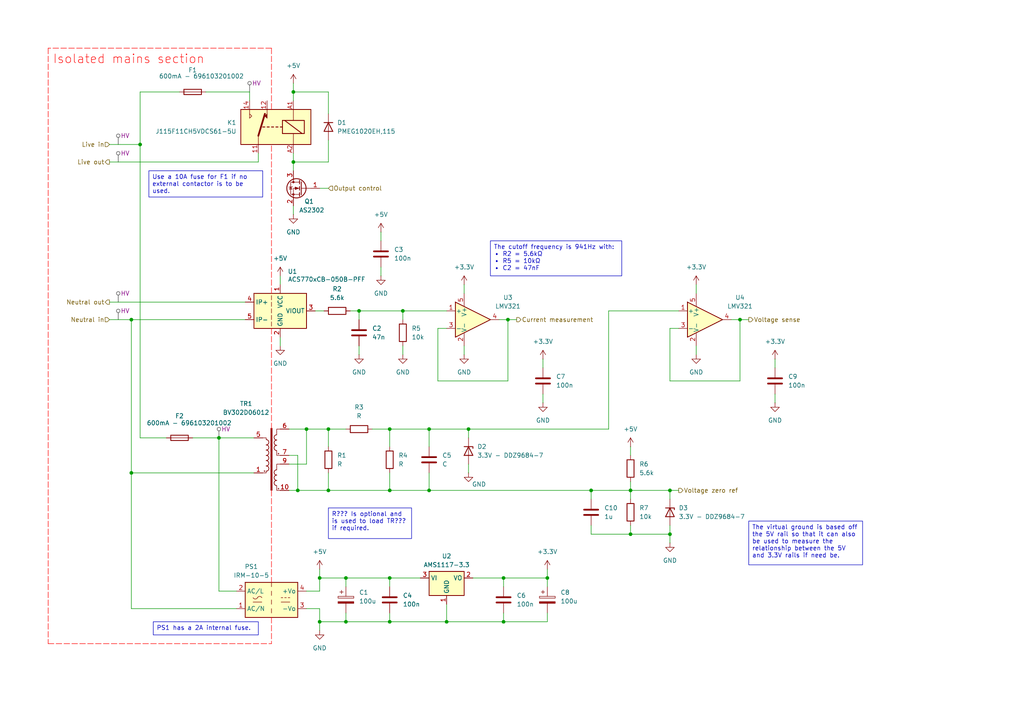
<source format=kicad_sch>
(kicad_sch (version 20250114) (generator "eeschema") (generator_version "9.0")
  (paper "A4")
  (title_block (title "Pump monitor - mains and power supply") (date "2025-09-25") (rev "V0.0.0") (company "Jotham Gates") (comment 4 "Warning: Parts of this circuit operate at mains potential."))
  (lib_symbols
    (symbol "Amplifier_Operational:LMV321" (pin_names (offset 0.127))
      (property "Reference" "U" (at 0 5.08 0))
      (property "Value" "LMV321" (at 0 -5.08 0))
      (symbol "LMV321_0_1"
        (polyline (pts (xy -5.08 5.08) (xy 5.08 0) (xy -5.08 -5.08) (xy -5.08 5.08)) (stroke (width 0.254)) (fill (type background)))
        (pin power_in line (at -2.54 7.62 270) (length 3.81) (name "V+") (number "5"))
        (pin power_in line (at -2.54 -7.62 90) (length 3.81) (name "V-") (number "2"))
      )
      (symbol "LMV321_1_1"
        (pin input line (at -7.62 2.54 0) (length 2.54) (name "+") (number "1"))
        (pin input line (at -7.62 -2.54 0) (length 2.54) (name "-") (number "3"))
        (pin output line (at 7.62 0 180) (length 2.54) (name "~") (number "4"))
      )
    )
    (symbol "Converter_ACDC:IRM-10-5"
      (property "Reference" "PS" (at 0 6.35 0))
      (property "Value" "IRM-10-5" (at 0 -6.35 0))
      (symbol "IRM-10-5_0_1"
        (rectangle (start -7.62 5.08) (end 7.62 -5.08) (stroke (width 0.254)) (fill (type background)))
        (polyline (pts (xy -5.334 -0.635) (xy -2.794 -0.635)))
        (arc (start -4.064 0.635) (mid -4.699 0.2495) (end -5.334 0.635))
        (arc (start -4.064 0.635) (mid -3.429 1.0072) (end -2.794 0.635))
        (polyline (pts (xy 0 5.08) (xy 0 3.81)))
        (polyline (pts (xy 0 2.54) (xy 0 1.27)))
        (polyline (pts (xy 0 0) (xy 0 -1.27)))
        (polyline (pts (xy 0 -2.54) (xy 0 -3.81)))
        (polyline (pts (xy 2.794 0.635) (xy 3.302 0.635)))
        (polyline (pts (xy 2.794 -0.635) (xy 5.334 -0.635)))
        (polyline (pts (xy 3.81 0.635) (xy 4.318 0.635)))
        (polyline (pts (xy 4.826 0.635) (xy 5.334 0.635)))
      )
      (symbol "IRM-10-5_1_1"
        (pin power_in line (at -10.16 2.54 0) (length 2.54) (name "AC/L") (number "2"))
        (pin power_in line (at -10.16 -2.54 0) (length 2.54) (name "AC/N") (number "1"))
        (pin power_out line (at 10.16 2.54 180) (length 2.54) (name "+Vo") (number "4"))
        (pin power_out line (at 10.16 -2.54 180) (length 2.54) (name "-Vo") (number "3"))
      )
    )
    (symbol "Device:C" (pin_numbers (hide yes)) (pin_names (offset 0.254))
      (property "Reference" "C" (at 0.635 2.54 0))
      (property "Value" "C" (at 0.635 -2.54 0))
      (symbol "C_0_1"
        (polyline (pts (xy -2.032 0.762) (xy 2.032 0.762)) (stroke (width 0.508)))
        (polyline (pts (xy -2.032 -0.762) (xy 2.032 -0.762)) (stroke (width 0.508)))
      )
      (symbol "C_1_1"
        (pin passive line (at 0 3.81 270) (length 2.794) (name "~") (number "1"))
        (pin passive line (at 0 -3.81 90) (length 2.794) (name "~") (number "2"))
      )
    )
    (symbol "Device:C_Polarized" (pin_numbers (hide yes)) (pin_names (offset 0.254))
      (property "Reference" "C" (at 0.635 2.54 0))
      (property "Value" "C_Polarized" (at 0.635 -2.54 0))
      (symbol "C_Polarized_0_1"
        (rectangle (start -2.286 0.508) (end 2.286 1.016))
        (polyline (pts (xy -1.778 2.286) (xy -0.762 2.286)))
        (polyline (pts (xy -1.27 2.794) (xy -1.27 1.778)))
        (rectangle (start 2.286 -0.508) (end -2.286 -1.016) (fill (type outline)))
      )
      (symbol "C_Polarized_1_1"
        (pin passive line (at 0 3.81 270) (length 2.794) (name "~") (number "1"))
        (pin passive line (at 0 -3.81 90) (length 2.794) (name "~") (number "2"))
      )
    )
    (symbol "Device:D_Zener" (pin_numbers (hide yes)) (pin_names (offset 1.016) (hide yes))
      (property "Reference" "D" (at 0 2.54 0))
      (property "Value" "D_Zener" (at 0 -2.54 0))
      (symbol "D_Zener_0_1"
        (polyline (pts (xy -1.27 -1.27) (xy -1.27 1.27) (xy -0.762 1.27)) (stroke (width 0.254)))
        (polyline (pts (xy 1.27 0) (xy -1.27 0)))
        (polyline (pts (xy 1.27 -1.27) (xy 1.27 1.27) (xy -1.27 0) (xy 1.27 -1.27)) (stroke (width 0.254)))
      )
      (symbol "D_Zener_1_1"
        (pin passive line (at -3.81 0 0) (length 2.54) (name "K") (number "1"))
        (pin passive line (at 3.81 0 180) (length 2.54) (name "A") (number "2"))
      )
    )
    (symbol "Device:Fuse" (pin_numbers (hide yes)) (pin_names (offset 0))
      (property "Reference" "F" (at 2.032 0 90))
      (property "Value" "Fuse" (at -1.905 0 90))
      (symbol "Fuse_0_1"
        (rectangle (start -0.762 -2.54) (end 0.762 2.54) (stroke (width 0.254)))
        (polyline (pts (xy 0 2.54) (xy 0 -2.54)))
      )
      (symbol "Fuse_1_1"
        (pin passive line (at 0 3.81 270) (length 1.27) (name "~") (number "1"))
        (pin passive line (at 0 -3.81 90) (length 1.27) (name "~") (number "2"))
      )
    )
    (symbol "Device:Q_NMOS_GSD" (pin_names (offset 0) (hide yes))
      (property "Reference" "Q" (at 5.08 1.27 0))
      (property "Value" "Q_NMOS_GSD" (at 5.08 -1.27 0))
      (symbol "Q_NMOS_GSD_0_1"
        (polyline (pts (xy 0.254 1.905) (xy 0.254 -1.905)) (stroke (width 0.254)))
        (polyline (pts (xy 0.254 0) (xy -2.54 0)))
        (polyline (pts (xy 0.762 2.286) (xy 0.762 1.27)) (stroke (width 0.254)))
        (polyline (pts (xy 0.762 0.508) (xy 0.762 -0.508)) (stroke (width 0.254)))
        (polyline (pts (xy 0.762 -1.27) (xy 0.762 -2.286)) (stroke (width 0.254)))
        (polyline (pts (xy 0.762 -1.778) (xy 3.302 -1.778) (xy 3.302 1.778) (xy 0.762 1.778)))
        (polyline (pts (xy 1.016 0) (xy 2.032 0.381) (xy 2.032 -0.381) (xy 1.016 0)) (fill (type outline)))
        (circle (center 1.651 0) (radius 2.794) (stroke (width 0.254)))
        (polyline (pts (xy 2.54 2.54) (xy 2.54 1.778)))
        (circle (center 2.54 1.778) (radius 0.254) (fill (type outline)))
        (circle (center 2.54 -1.778) (radius 0.254) (fill (type outline)))
        (polyline (pts (xy 2.54 -2.54) (xy 2.54 0) (xy 0.762 0)))
        (polyline (pts (xy 2.794 0.508) (xy 2.921 0.381) (xy 3.683 0.381) (xy 3.81 0.254)))
        (polyline (pts (xy 3.302 0.381) (xy 2.921 -0.254) (xy 3.683 -0.254) (xy 3.302 0.381)))
      )
      (symbol "Q_NMOS_GSD_1_1"
        (pin input line (at -5.08 0 0) (length 2.54) (name "G") (number "1"))
        (pin passive line (at 2.54 5.08 270) (length 2.54) (name "D") (number "3"))
        (pin passive line (at 2.54 -5.08 90) (length 2.54) (name "S") (number "2"))
      )
    )
    (symbol "Device:R" (pin_numbers (hide yes)) (pin_names (offset 0))
      (property "Reference" "R" (at 2.032 0 90))
      (property "Value" "R" (at 0 0 90))
      (symbol "R_0_1"
        (rectangle (start -1.016 -2.54) (end 1.016 2.54) (stroke (width 0.254)))
      )
      (symbol "R_1_1"
        (pin passive line (at 0 3.81 270) (length 1.27) (name "~") (number "1"))
        (pin passive line (at 0 -3.81 90) (length 1.27) (name "~") (number "2"))
      )
    )
    (symbol "Diode:1N4004" (pin_numbers (hide yes)) (pin_names (hide yes))
      (property "Reference" "D" (at 0 2.54 0))
      (property "Value" "1N4004" (at 0 -2.54 0))
      (symbol "1N4004_0_1"
        (polyline (pts (xy -1.27 1.27) (xy -1.27 -1.27)) (stroke (width 0.254)))
        (polyline (pts (xy 1.27 1.27) (xy 1.27 -1.27) (xy -1.27 0) (xy 1.27 1.27)) (stroke (width 0.254)))
        (polyline (pts (xy 1.27 0) (xy -1.27 0)))
      )
      (symbol "1N4004_1_1"
        (pin passive line (at -3.81 0 0) (length 2.54) (name "K") (number "1"))
        (pin passive line (at 3.81 0 180) (length 2.54) (name "A") (number "2"))
      )
    )
    (symbol "PumpMonitorCustom:BV302D06012"
      (property "Reference" "TR" (at 0 8.89 0))
      (property "Value" "BV302D06012" (at 0 -11.43 0))
      (symbol "BV302D06012_0_1"
        (circle (center -2.032 -4.572) (radius 0.127))
        (arc (start -1.524 4.572) (mid -0.7653 3.81) (end -1.524 3.048) (stroke (width 0.2032)))
        (arc (start -1.524 3.048) (mid -0.7653 2.286) (end -1.524 1.524) (stroke (width 0.2032)))
        (arc (start -1.524 1.524) (mid -0.7653 0.762) (end -1.524 0) (stroke (width 0.2032)))
        (arc (start -1.524 0) (mid -0.7653 -0.762) (end -1.524 -1.524) (stroke (width 0.2032)))
        (arc (start -1.524 -1.524) (mid -0.7653 -2.286) (end -1.524 -3.048) (stroke (width 0.2032)))
        (arc (start -1.524 -3.048) (mid -0.7653 -3.81) (end -1.524 -4.572) (stroke (width 0.2032)))
        (polyline (pts (xy -1.524 4.572) (xy -1.524 5.08) (xy -2.54 5.08)))
        (polyline (pts (xy -1.524 -4.572) (xy -1.524 -5.08) (xy -2.54 -5.08)))
        (rectangle (start -0.254 7.874) (end 0.254 -10.16) (stroke (width 0.0254)) (fill (type outline)))
        (polyline (pts (xy 1.524 -8.89) (xy 1.524 -10.16) (xy 2.54 -10.16)))
        (arc (start 1.524 4.445) (mid 0.7653 5.207) (end 1.524 5.969) (stroke (width 0.2032)))
        (arc (start 1.524 2.921) (mid 0.7653 3.683) (end 1.524 4.445) (stroke (width 0.2032)))
        (arc (start 1.524 1.397) (mid 0.7653 2.159) (end 1.524 2.921) (stroke (width 0.2032)))
        (arc (start 1.524 -5.715) (mid 0.7653 -4.953) (end 1.524 -4.191) (stroke (width 0.2032)))
        (arc (start 1.524 -7.239) (mid 0.7653 -6.477) (end 1.524 -5.715) (stroke (width 0.2032)))
        (arc (start 1.524 -8.763) (mid 0.7653 -8.001) (end 1.524 -7.239) (stroke (width 0.2032)))
        (circle (center 2.032 0.508) (radius 0.127))
        (circle (center 2.032 -9.652) (radius 0.127))
        (polyline (pts (xy 2.54 7.62) (xy 1.524 7.62) (xy 1.524 6.096)))
        (polyline (pts (xy 2.54 0) (xy 1.524 0) (xy 1.524 1.27)))
        (polyline (pts (xy 2.54 -2.54) (xy 1.524 -2.54) (xy 1.524 -4.064)))
      )
      (symbol "BV302D06012_1_1"
        (pin passive line (at -5.08 5.08 0) (length 2.54) (name "~") (number "5"))
        (pin passive line (at -5.08 -5.08 0) (length 2.54) (name "~") (number "1"))
        (pin passive line (at 5.08 7.62 180) (length 2.54) (name "~") (number "6"))
        (pin passive line (at 5.08 0 180) (length 2.54) (name "~") (number "7"))
        (pin passive line (at 5.08 -2.54 180) (length 2.54) (name "~") (number "9"))
        (pin passive line (at 5.08 -10.16 180) (length 2.54) (name "~") (number "10"))
      )
    )
    (symbol "Regulator_Linear:AMS1117-3.3"
      (property "Reference" "U" (at -3.81 3.175 0))
      (property "Value" "AMS1117-3.3" (at 0 3.175 0))
      (symbol "AMS1117-3.3_0_1"
        (rectangle (start -5.08 -5.08) (end 5.08 1.905) (stroke (width 0.254)) (fill (type background)))
      )
      (symbol "AMS1117-3.3_1_1"
        (pin power_in line (at -7.62 0 0) (length 2.54) (name "VI") (number "3"))
        (pin power_in line (at 0 -7.62 90) (length 2.54) (name "GND") (number "1"))
        (pin power_out line (at 7.62 0 180) (length 2.54) (name "VO") (number "2"))
      )
    )
    (symbol "Relay:Relay_SPDT"
      (property "Reference" "K" (at 11.43 3.81 0))
      (property "Value" "Relay_SPDT" (at 11.43 1.27 0))
      (symbol "Relay_SPDT_0_0"
        (polyline (pts (xy 7.62 5.08) (xy 7.62 2.54) (xy 6.985 3.175) (xy 7.62 3.81)))
      )
      (symbol "Relay_SPDT_0_1"
        (rectangle (start -10.16 5.08) (end 10.16 -5.08) (stroke (width 0.254)) (fill (type background)))
        (rectangle (start -8.255 1.905) (end -1.905 -1.905) (stroke (width 0.254)))
        (polyline (pts (xy -7.62 -1.905) (xy -2.54 1.905)) (stroke (width 0.254)))
        (polyline (pts (xy -5.08 5.08) (xy -5.08 1.905)))
        (polyline (pts (xy -5.08 -5.08) (xy -5.08 -1.905)))
        (polyline (pts (xy -1.905 0) (xy -1.27 0)) (stroke (width 0.254)))
        (polyline (pts (xy -0.635 0) (xy 0 0)) (stroke (width 0.254)))
        (polyline (pts (xy 0.635 0) (xy 1.27 0)) (stroke (width 0.254)))
        (polyline (pts (xy 1.905 0) (xy 2.54 0)) (stroke (width 0.254)))
        (polyline (pts (xy 2.54 5.08) (xy 2.54 2.54) (xy 3.175 3.175) (xy 2.54 3.81)) (fill (type outline)))
        (polyline (pts (xy 3.175 0) (xy 3.81 0)) (stroke (width 0.254)))
        (polyline (pts (xy 5.08 -2.54) (xy 3.175 3.81)) (stroke (width 0.508)))
        (polyline (pts (xy 5.08 -2.54) (xy 5.08 -5.08)))
      )
      (symbol "Relay_SPDT_1_1"
        (pin passive line (at -5.08 7.62 270) (length 2.54) (name "~") (number "A1"))
        (pin passive line (at -5.08 -7.62 90) (length 2.54) (name "~") (number "A2"))
        (pin passive line (at 2.54 7.62 270) (length 2.54) (name "~") (number "12"))
        (pin passive line (at 5.08 -7.62 90) (length 2.54) (name "~") (number "11"))
        (pin passive line (at 7.62 7.62 270) (length 2.54) (name "~") (number "14"))
      )
    )
    (symbol "Sensor_Current:ACS770xCB-050B-PFF"
      (property "Reference" "U" (at -7.62 6.35 0))
      (property "Value" "ACS770xCB-050B-PFF" (at 2.54 6.35 0))
      (symbol "ACS770xCB-050B-PFF_0_1"
        (rectangle (start -7.62 5.08) (end 7.62 -5.08) (stroke (width 0.254)) (fill (type background)))
        (polyline (pts (xy -2.54 3.175) (xy -2.54 4.445)))
        (polyline (pts (xy -2.54 1.27) (xy -2.54 2.54)))
        (polyline (pts (xy -2.54 0.635) (xy -2.54 -0.635)))
        (polyline (pts (xy -2.54 -1.27) (xy -2.54 -2.54)))
        (polyline (pts (xy -2.54 -3.175) (xy -2.54 -4.445)))
      )
      (symbol "ACS770xCB-050B-PFF_1_1"
        (pin passive line (at -10.16 2.54 0) (length 2.54) (name "IP+") (number "4"))
        (pin passive line (at -10.16 -2.54 0) (length 2.54) (name "IP-") (number "5"))
        (pin power_in line (at 0 7.62 270) (length 2.54) (name "VCC") (number "1"))
        (pin power_in line (at 0 -7.62 90) (length 2.54) (name "GND") (number "2"))
        (pin output line (at 10.16 0 180) (length 2.54) (name "VIOUT") (number "3"))
      )
    )
    (symbol "power:+3.3V" (power) (pin_numbers (hide yes)) (pin_names (offset 0) (hide yes))
      (property "Value" "+3.3V" (at 0 3.556 0))
      (symbol "+3.3V_0_1"
        (polyline (pts (xy -0.762 1.27) (xy 0 2.54)))
        (polyline (pts (xy 0 2.54) (xy 0.762 1.27)))
        (polyline (pts (xy 0 0) (xy 0 2.54)))
      )
      (symbol "+3.3V_1_1"
        (pin power_in line (at 0 0 90) (length 0) (name "~") (number "1"))
      )
    )
    (symbol "power:+5V" (power) (pin_numbers (hide yes)) (pin_names (offset 0) (hide yes))
      (property "Value" "+5V" (at 0 3.556 0))
      (symbol "+5V_0_1"
        (polyline (pts (xy -0.762 1.27) (xy 0 2.54)))
        (polyline (pts (xy 0 2.54) (xy 0.762 1.27)))
        (polyline (pts (xy 0 0) (xy 0 2.54)))
      )
      (symbol "+5V_1_1"
        (pin power_in line (at 0 0 90) (length 0) (name "~") (number "1"))
      )
    )
    (symbol "power:GND" (power) (pin_numbers (hide yes)) (pin_names (offset 0) (hide yes))
      (property "Value" "GND" (at 0 -3.81 0))
      (symbol "GND_0_1"
        (polyline (pts (xy 0 0) (xy 0 -1.27) (xy 1.27 -1.27) (xy 0 -2.54) (xy -1.27 -1.27) (xy 0 -1.27)))
      )
      (symbol "GND_1_1"
        (pin power_in line (at 0 0 270) (length 0) (name "~") (number "1"))
      )
    )
  )
  (text "Isolated mains section" (at 37.338 17.272 0) (effects (font (size 2.54 2.54))))
  (text_box "The virtual ground is based off the 5V rail so that it can also be used to measure the relationship between the 5V and 3.3V rails if need be." (at 217.17 151.13 0) (size 33.02 12.7) (margins 0.9525 0.9525 0.9525 0.9525) (effects (font (size 1.27 1.27)) (justify left top)))
  (text_box "R??? Is optional and is used to load TR??? if required." (at 95.25 147.32 0) (size 24.13 8.89) (margins 0.9525 0.9525 0.9525 0.9525) (effects (font (size 1.27 1.27)) (justify left top)))
  (text_box "The cutoff frequency is 941Hz with:\n• R2 = 5.6kΩ\n• R5 = 10kΩ\n• C2 = 47nF" (at 142.24 69.85 0) (size 38.1 10.16) (margins 0.9525 0.9525 0.9525 0.9525) (effects (font (size 1.27 1.27)) (justify left top)))
  (text_box "PS1 has a 2A internal fuse." (at 44.45 180.34 0) (size 30.48 3.81) (margins 0.9525 0.9525 0.9525 0.9525) (effects (font (size 1.27 1.27)) (justify left top)))
  (text_box "Use a 10A fuse for F1 if no external contactor is to be used." (at 43.18 49.53 0) (size 33.02 7.62) (margins 0.9525 0.9525 0.9525 0.9525) (effects (font (size 1.27 1.27)) (justify left top)))
  (junction (at 85.09 46.99))
  (junction (at 146.05 180.34))
  (junction (at 104.14 90.17))
  (junction (at 129.54 180.34))
  (junction (at 158.75 167.64))
  (junction (at 63.5 127))
  (junction (at 113.03 142.24))
  (junction (at 100.33 167.64))
  (junction (at 85.09 26.67))
  (junction (at 95.25 142.24))
  (junction (at 182.88 142.24))
  (junction (at 40.64 41.91))
  (junction (at 194.31 154.94))
  (junction (at 146.05 167.64))
  (junction (at 135.89 124.46))
  (junction (at 86.36 142.24))
  (junction (at 95.25 124.46))
  (junction (at 124.46 124.46))
  (junction (at 116.84 90.17))
  (junction (at 38.1 137.16))
  (junction (at 92.71 180.34))
  (junction (at 88.9 124.46))
  (junction (at 38.1 92.71))
  (junction (at 182.88 154.94))
  (junction (at 194.31 142.24))
  (junction (at 113.03 180.34))
  (junction (at 113.03 124.46))
  (junction (at 124.46 142.24))
  (junction (at 147.32 92.71))
  (junction (at 92.71 167.64))
  (junction (at 171.45 142.24))
  (junction (at 113.03 167.64))
  (junction (at 100.33 180.34))
  (junction (at 214.63 92.71))
  (wire (pts (xy 38.1 137.16) (xy 38.1 176.53)))
  (wire (pts (xy 74.93 44.45) (xy 74.93 46.99)))
  (wire (pts (xy 31.75 87.63) (xy 71.12 87.63)))
  (wire (pts (xy 92.71 180.34) (xy 92.71 182.88)))
  (wire (pts (xy 113.03 137.16) (xy 113.03 142.24)))
  (wire (pts (xy 63.5 171.45) (xy 68.58 171.45)))
  (wire (pts (xy 124.46 124.46) (xy 113.03 124.46)))
  (wire (pts (xy 81.28 80.01) (xy 81.28 82.55)))
  (wire (pts (xy 158.75 170.18) (xy 158.75 167.64)))
  (polyline (pts (xy 78.74 179.07) (xy 78.74 186.69)) (stroke (width 0) (type dash) (color 255 0 0 1)))
  (wire (pts (xy 85.09 24.13) (xy 85.09 26.67)))
  (wire (pts (xy 194.31 154.94) (xy 182.88 154.94)))
  (wire (pts (xy 158.75 165.1) (xy 158.75 167.64)))
  (wire (pts (xy 85.09 59.69) (xy 85.09 62.23)))
  (wire (pts (xy 95.25 26.67) (xy 85.09 26.67)))
  (wire (pts (xy 88.9 124.46) (xy 95.25 124.46)))
  (wire (pts (xy 171.45 144.78) (xy 171.45 142.24)))
  (wire (pts (xy 182.88 142.24) (xy 182.88 144.78)))
  (wire (pts (xy 134.62 82.55) (xy 134.62 85.09)))
  (wire (pts (xy 40.64 127) (xy 48.26 127)))
  (wire (pts (xy 129.54 180.34) (xy 113.03 180.34)))
  (wire (pts (xy 158.75 180.34) (xy 146.05 180.34)))
  (wire (pts (xy 104.14 90.17) (xy 104.14 92.71)))
  (wire (pts (xy 100.33 177.8) (xy 100.33 180.34)))
  (wire (pts (xy 63.5 127) (xy 73.66 127)))
  (wire (pts (xy 40.64 26.67) (xy 40.64 41.91)))
  (wire (pts (xy 182.88 142.24) (xy 194.31 142.24)))
  (wire (pts (xy 81.28 97.79) (xy 81.28 100.33)))
  (wire (pts (xy 113.03 170.18) (xy 113.03 167.64)))
  (wire (pts (xy 95.25 40.64) (xy 95.25 46.99)))
  (wire (pts (xy 194.31 95.25) (xy 196.85 95.25)))
  (wire (pts (xy 182.88 129.54) (xy 182.88 132.08)))
  (wire (pts (xy 92.71 54.61) (xy 95.25 54.61)))
  (wire (pts (xy 171.45 154.94) (xy 182.88 154.94)))
  (wire (pts (xy 92.71 171.45) (xy 88.9 171.45)))
  (wire (pts (xy 182.88 152.4) (xy 182.88 154.94)))
  (wire (pts (xy 113.03 167.64) (xy 100.33 167.64)))
  (wire (pts (xy 88.9 124.46) (xy 83.82 124.46)))
  (wire (pts (xy 146.05 180.34) (xy 129.54 180.34)))
  (wire (pts (xy 91.44 90.17) (xy 93.98 90.17)))
  (wire (pts (xy 86.36 142.24) (xy 95.25 142.24)))
  (wire (pts (xy 104.14 90.17) (xy 116.84 90.17)))
  (wire (pts (xy 113.03 124.46) (xy 113.03 129.54)))
  (wire (pts (xy 113.03 142.24) (xy 124.46 142.24)))
  (wire (pts (xy 85.09 26.67) (xy 85.09 29.21)))
  (wire (pts (xy 110.49 77.47) (xy 110.49 80.01)))
  (polyline (pts (xy 78.74 95.25) (xy 78.74 124.46)) (stroke (width 0) (type dash) (color 255 0 0 1)))
  (wire (pts (xy 101.6 90.17) (xy 104.14 90.17)))
  (wire (pts (xy 31.75 92.71) (xy 38.1 92.71)))
  (wire (pts (xy 113.03 167.64) (xy 121.92 167.64)))
  (wire (pts (xy 124.46 124.46) (xy 135.89 124.46)))
  (wire (pts (xy 157.48 114.3) (xy 157.48 116.84)))
  (wire (pts (xy 38.1 137.16) (xy 73.66 137.16)))
  (polyline (pts (xy 78.74 142.24) (xy 78.74 168.91)) (stroke (width 0) (type dash) (color 255 0 0 1)))
  (wire (pts (xy 85.09 46.99) (xy 85.09 49.53)))
  (wire (pts (xy 194.31 142.24) (xy 194.31 144.78)))
  (wire (pts (xy 92.71 165.1) (xy 92.71 167.64)))
  (wire (pts (xy 95.25 124.46) (xy 95.25 129.54)))
  (wire (pts (xy 147.32 92.71) (xy 149.86 92.71)))
  (wire (pts (xy 95.25 46.99) (xy 85.09 46.99)))
  (wire (pts (xy 212.09 92.71) (xy 214.63 92.71)))
  (wire (pts (xy 116.84 100.33) (xy 116.84 102.87)))
  (wire (pts (xy 63.5 127) (xy 63.5 171.45)))
  (wire (pts (xy 201.93 82.55) (xy 201.93 85.09)))
  (wire (pts (xy 95.25 33.02) (xy 95.25 26.67)))
  (wire (pts (xy 92.71 180.34) (xy 100.33 180.34)))
  (wire (pts (xy 52.07 26.67) (xy 40.64 26.67)))
  (wire (pts (xy 194.31 154.94) (xy 194.31 157.48)))
  (wire (pts (xy 135.89 124.46) (xy 176.53 124.46)))
  (polyline (pts (xy 13.97 13.97) (xy 13.97 186.69)) (stroke (width 0) (type dash) (color 255 0 0 1)))
  (wire (pts (xy 95.25 137.16) (xy 95.25 142.24)))
  (wire (pts (xy 214.63 110.49) (xy 194.31 110.49)))
  (wire (pts (xy 116.84 90.17) (xy 116.84 92.71)))
  (wire (pts (xy 92.71 167.64) (xy 92.71 171.45)))
  (wire (pts (xy 85.09 46.99) (xy 85.09 44.45)))
  (wire (pts (xy 72.39 26.67) (xy 72.39 29.21)))
  (wire (pts (xy 38.1 92.71) (xy 71.12 92.71)))
  (wire (pts (xy 68.58 176.53) (xy 38.1 176.53)))
  (wire (pts (xy 146.05 170.18) (xy 146.05 167.64)))
  (wire (pts (xy 158.75 167.64) (xy 146.05 167.64)))
  (wire (pts (xy 113.03 180.34) (xy 100.33 180.34)))
  (wire (pts (xy 86.36 132.08) (xy 86.36 142.24)))
  (wire (pts (xy 146.05 167.64) (xy 137.16 167.64)))
  (wire (pts (xy 135.89 134.62) (xy 135.89 137.16)))
  (wire (pts (xy 55.88 127) (xy 63.5 127)))
  (wire (pts (xy 124.46 129.54) (xy 124.46 124.46)))
  (wire (pts (xy 124.46 142.24) (xy 171.45 142.24)))
  (wire (pts (xy 129.54 175.26) (xy 129.54 180.34)))
  (wire (pts (xy 147.32 92.71) (xy 147.32 110.49)))
  (wire (pts (xy 194.31 152.4) (xy 194.31 154.94)))
  (wire (pts (xy 214.63 92.71) (xy 217.17 92.71)))
  (wire (pts (xy 83.82 134.62) (xy 88.9 134.62)))
  (wire (pts (xy 201.93 100.33) (xy 201.93 102.87)))
  (wire (pts (xy 224.79 114.3) (xy 224.79 116.84)))
  (wire (pts (xy 224.79 104.14) (xy 224.79 106.68)))
  (wire (pts (xy 127 95.25) (xy 129.54 95.25)))
  (wire (pts (xy 194.31 142.24) (xy 196.85 142.24)))
  (wire (pts (xy 135.89 124.46) (xy 135.89 127)))
  (wire (pts (xy 31.75 41.91) (xy 40.64 41.91)))
  (wire (pts (xy 127 110.49) (xy 127 95.25)))
  (wire (pts (xy 171.45 152.4) (xy 171.45 154.94)))
  (wire (pts (xy 196.85 90.17) (xy 176.53 90.17)))
  (wire (pts (xy 194.31 110.49) (xy 194.31 95.25)))
  (wire (pts (xy 147.32 110.49) (xy 127 110.49)))
  (wire (pts (xy 40.64 41.91) (xy 40.64 127)))
  (wire (pts (xy 116.84 90.17) (xy 129.54 90.17)))
  (polyline (pts (xy 78.74 13.97) (xy 13.97 13.97)) (stroke (width 0) (type dash) (color 255 0 0 1)))
  (wire (pts (xy 157.48 104.14) (xy 157.48 106.68)))
  (wire (pts (xy 100.33 170.18) (xy 100.33 167.64)))
  (wire (pts (xy 171.45 142.24) (xy 182.88 142.24)))
  (wire (pts (xy 113.03 177.8) (xy 113.03 180.34)))
  (wire (pts (xy 86.36 142.24) (xy 83.82 142.24)))
  (wire (pts (xy 176.53 90.17) (xy 176.53 124.46)))
  (polyline (pts (xy 78.74 13.97) (xy 78.74 31.75)) (stroke (width 0) (type dash) (color 255 0 0 1)))
  (wire (pts (xy 182.88 139.7) (xy 182.88 142.24)))
  (wire (pts (xy 92.71 176.53) (xy 92.71 180.34)))
  (wire (pts (xy 31.75 46.99) (xy 74.93 46.99)))
  (wire (pts (xy 104.14 102.87) (xy 104.14 100.33)))
  (wire (pts (xy 110.49 67.31) (xy 110.49 69.85)))
  (wire (pts (xy 95.25 124.46) (xy 100.33 124.46)))
  (wire (pts (xy 134.62 100.33) (xy 134.62 102.87)))
  (wire (pts (xy 100.33 167.64) (xy 92.71 167.64)))
  (wire (pts (xy 88.9 134.62) (xy 88.9 124.46)))
  (wire (pts (xy 83.82 132.08) (xy 86.36 132.08)))
  (wire (pts (xy 59.69 26.67) (xy 72.39 26.67)))
  (polyline (pts (xy 13.97 186.69) (xy 78.74 186.69)) (stroke (width 0) (type dash) (color 255 0 0 1)))
  (wire (pts (xy 107.95 124.46) (xy 113.03 124.46)))
  (wire (pts (xy 88.9 176.53) (xy 92.71 176.53)))
  (wire (pts (xy 214.63 92.71) (xy 214.63 110.49)))
  (wire (pts (xy 124.46 137.16) (xy 124.46 142.24)))
  (polyline (pts (xy 78.74 85.09) (xy 78.74 41.91)) (stroke (width 0) (type dash) (color 255 0 0 1)))
  (wire (pts (xy 95.25 142.24) (xy 113.03 142.24)))
  (wire (pts (xy 158.75 177.8) (xy 158.75 180.34)))
  (wire (pts (xy 146.05 177.8) (xy 146.05 180.34)))
  (wire (pts (xy 144.78 92.71) (xy 147.32 92.71)))
  (wire (pts (xy 38.1 92.71) (xy 38.1 137.16)))
  (hierarchical_label "Neutral out" (shape output) (at 31.75 87.63 180))
  (hierarchical_label "Voltage zero ref" (shape output) (at 196.85 142.24 0))
  (hierarchical_label "Output control" (shape input) (at 95.25 54.61 0))
  (hierarchical_label "Neutral in" (shape input) (at 31.75 92.71 180))
  (hierarchical_label "Live in" (shape input) (at 31.75 41.91 180))
  (hierarchical_label "Voltage sense" (shape output) (at 217.17 92.71 0))
  (hierarchical_label "Live out" (shape output) (at 31.75 46.99 180))
  (hierarchical_label "Current measurement" (shape output) (at 149.86 92.71 0))
  (netclass_flag "" (length 2.54) (shape round) (at 34.29 41.91 0) (property "Netclass" "HV" (at 34.9885 39.37 0) (effects (justify left))))
  (netclass_flag "" (length 2.54) (shape round) (at 34.29 92.71 0) (property "Netclass" "HV" (at 34.9885 90.17 0) (effects (justify left))))
  (netclass_flag "" (length 2.54) (shape round) (at 34.29 87.63 0) (property "Netclass" "HV" (at 34.9885 85.09 0) (effects (justify left))))
  (netclass_flag "" (length 2.54) (shape round) (at 72.39 26.67 0) (property "Netclass" "HV" (at 73.0885 24.13 0) (effects (justify left))))
  (netclass_flag "" (length 2.54) (shape round) (at 34.29 46.99 0) (property "Netclass" "HV" (at 34.9885 44.45 0) (effects (justify left))))
  (netclass_flag "" (length 2.54) (shape round) (at 63.5 127 0) (property "Netclass" "HV" (at 64.1985 124.46 0) (effects (justify left))))
  (symbol (lib_id "Device:C") (at 124.46 133.35 0) (unit 1)
    (property "Reference" "C5" (at 128.27 132.0799 0) (effects (justify left)))
    (property "Value" "C" (at 128.27 134.6199 0) (effects (justify left)))
    (property "Footprint" "Capacitor_SMD:C_0805_2012Metric_Pad1.18x1.45mm_HandSolder" (effects (hide yes)))
    (property "Description" "Unpolarized capacitor" (effects (hide yes)))
  )
  (symbol (lib_id "Device:Fuse") (at 52.07 127 90) (unit 1)
    (property "Reference" "F2" (at 52.07 120.65 90))
    (property "Value" "600mA - 696103201002" (at 54.864 122.682 90))
    (property "Footprint" "Fuse:Fuseholder_Cylinder-5x20mm_Stelvio-Kontek_PTF78_Horizontal_Open" (effects (hide yes)))
    (property "Description" "Fuse" (effects (hide yes)))
  )
  (symbol (lib_id "power:+3.3V") (at 224.79 104.14 0) (unit 1)
    (property "Reference" "#PWR020" (effects (hide yes)))
    (property "Value" "+3.3V" (at 224.79 99.06 0))
    (property "Description" "Power symbol creates a global label with name \"+3.3V\"" (effects (hide yes)))
  )
  (symbol (lib_id "power:GND") (at 104.14 102.87 0) (unit 1)
    (property "Reference" "#PWR08" (effects (hide yes)))
    (property "Value" "GND" (at 104.14 107.95 0))
    (property "Description" "Power symbol creates a global label with name \"GND\" , ground" (effects (hide yes)))
  )
  (symbol (lib_id "Device:R") (at 182.88 148.59 0) (unit 1)
    (property "Reference" "R7" (at 185.42 147.3199 0) (effects (justify left)))
    (property "Value" "10k" (at 185.42 149.8599 0) (effects (justify left)))
    (property "Footprint" "Resistor_SMD:R_0805_2012Metric_Pad1.20x1.40mm_HandSolder" (effects (hide yes)))
    (property "Description" "Resistor" (effects (hide yes)))
  )
  (symbol (lib_id "Device:R") (at 116.84 96.52 180) (unit 1)
    (property "Reference" "R5" (at 119.38 95.2499 0) (effects (justify right)))
    (property "Value" "10k" (at 119.38 97.7899 0) (effects (justify right)))
    (property "Footprint" "Resistor_SMD:R_0805_2012Metric_Pad1.20x1.40mm_HandSolder" (effects (hide yes)))
    (property "Description" "Resistor" (effects (hide yes)))
  )
  (symbol (lib_id "power:GND") (at 224.79 116.84 0) (unit 1)
    (property "Reference" "#PWR021" (effects (hide yes)))
    (property "Value" "GND" (at 224.79 121.92 0))
    (property "Description" "Power symbol creates a global label with name \"GND\" , ground" (effects (hide yes)))
  )
  (symbol (lib_id "Converter_ACDC:IRM-10-5") (at 78.74 173.99 0) (unit 1)
    (property "Reference" "PS1" (at 72.898 164.338 0))
    (property "Value" "IRM-10-5" (at 72.898 166.878 0))
    (property "Footprint" "Converter_ACDC:Converter_ACDC_MeanWell_IRM-10-xx_THT" (effects (hide yes)))
    (property "Datasheet" "https://www.meanwell.com/Upload/PDF/IRM-10/IRM-10-SPEC.PDF" (effects (hide yes)))
    (property "Description" "5V, 2A, 10W, Isolated, AC-DC, 222A(IRM10)" (effects (hide yes)))
  )
  (symbol (lib_id "power:+5V") (at 182.88 129.54 0) (unit 1)
    (property "Reference" "#PWR022" (effects (hide yes)))
    (property "Value" "+5V" (at 182.88 124.46 0))
    (property "Description" "Power symbol creates a global label with name \"+5V\"" (effects (hide yes)))
  )
  (symbol (lib_id "power:+5V") (at 85.09 24.13 0) (unit 1)
    (property "Reference" "#PWR04" (effects (hide yes)))
    (property "Value" "+5V" (at 85.09 19.05 0))
    (property "Description" "Power symbol creates a global label with name \"+5V\"" (effects (hide yes)))
  )
  (symbol (lib_id "PumpMonitorCustom:BV302D06012") (at 78.74 132.08 0) (unit 1)
    (property "Reference" "TR1" (at 71.374 117.094 0))
    (property "Value" "BV302D06012" (at 71.374 119.634 0))
    (property "Datasheet" "https://www.zettlermagnetics.com/media/pdfs/magnetics/datasheets/EI30_12.pdf" (effects (hide yes)))
    (property "Description" "230V Input, 2x6V Output, 1.2VA Power Transformer, Dual Secondary, Cast Resin Transformer, PCB" (effects (hide yes)))
  )
  (symbol (lib_id "Amplifier_Operational:LMV321") (at 204.47 92.71 0) (unit 1)
    (property "Reference" "U4" (at 214.63 86.2898 0))
    (property "Value" "LMV321" (at 214.63 88.8298 0))
    (property "Footprint" "Package_TO_SOT_SMD:SOT-23-5_HandSoldering" (effects (hide yes)))
    (property "Datasheet" "http://www.ti.com/lit/ds/symlink/lmv324.pdf" (effects (hide yes)))
    (property "Description" "Low-Voltage Rail-to-Rail Output Operational Amplifiers, SOT-23-5/SC-70-5" (effects (hide yes)))
  )
  (symbol (lib_id "Device:C_Polarized") (at 158.75 173.99 0) (unit 1)
    (property "Reference" "C8" (at 162.56 171.8309 0) (effects (justify left)))
    (property "Value" "100u" (at 162.56 174.3709 0) (effects (justify left)))
    (property "Footprint" "Capacitor_THT:CP_Radial_D10.0mm_P3.80mm" (effects (hide yes)))
    (property "Description" "Polarized capacitor" (effects (hide yes)))
  )
  (symbol (lib_id "Sensor_Current:ACS770xCB-050B-PFF") (at 81.28 90.17 0) (unit 1)
    (property "Reference" "U1" (at 84.836 78.74 0))
    (property "Value" "ACS770xCB-050B-PFF" (at 94.742 81.026 0))
    (property "Footprint" "Sensor_Current:Allegro_CB_PFF" (effects (hide yes)))
    (property "Datasheet" "http://www.allegromicro.com/~/media/Files/Datasheets/ACS758-Datasheet.ashx?la=en" (effects (hide yes)))
    (property "Description" "±50A Bidirectional Hall-Effect Current Sensor, +5.0V supply, 40mV/A, CB-5 PFF" (effects (hide yes)))
  )
  (symbol (lib_id "power:GND") (at 135.89 137.16 0) (unit 1)
    (property "Reference" "#PWR014" (effects (hide yes)))
    (property "Value" "GND" (at 138.938 140.462 0))
    (property "Description" "Power symbol creates a global label with name \"GND\" , ground" (effects (hide yes)))
  )
  (symbol (lib_id "power:+3.3V") (at 158.75 165.1 0) (unit 1)
    (property "Reference" "#PWR019" (effects (hide yes)))
    (property "Value" "+3.3V" (at 158.75 160.02 0))
    (property "Description" "Power symbol creates a global label with name \"+3.3V\"" (effects (hide yes)))
  )
  (symbol (lib_id "Device:C") (at 146.05 173.99 0) (unit 1)
    (property "Reference" "C6" (at 149.86 172.7199 0) (effects (justify left)))
    (property "Value" "100n" (at 149.86 175.2599 0) (effects (justify left)))
    (property "Footprint" "Capacitor_SMD:C_0805_2012Metric_Pad1.18x1.45mm_HandSolder" (effects (hide yes)))
    (property "Description" "Unpolarized capacitor" (effects (hide yes)))
  )
  (symbol (lib_id "Device:C") (at 171.45 148.59 0) (unit 1)
    (property "Reference" "C10" (at 175.26 147.3199 0) (effects (justify left)))
    (property "Value" "1u" (at 175.26 149.8599 0) (effects (justify left)))
    (property "Footprint" "Capacitor_SMD:C_0805_2012Metric_Pad1.18x1.45mm_HandSolder" (effects (hide yes)))
    (property "Description" "Unpolarized capacitor" (effects (hide yes)))
  )
  (symbol (lib_id "Device:D_Zener") (at 135.89 130.81 270) (unit 1)
    (property "Reference" "D2" (at 138.43 129.5399 90) (effects (justify left)))
    (property "Value" "3.3V - DDZ9684-7" (at 138.43 132.0799 90) (effects (justify left)))
    (property "Footprint" "Diode_SMD:D_SOD-123F" (effects (hide yes)))
    (property "Description" "Zener diode" (effects (hide yes)))
  )
  (symbol (lib_id "Device:Fuse") (at 55.88 26.67 90) (unit 1)
    (property "Reference" "F1" (at 55.88 20.32 90))
    (property "Value" "600mA - 696103201002" (at 58.42 22.098 90))
    (property "Footprint" "Fuse:Fuseholder_Cylinder-5x20mm_Stelvio-Kontek_PTF78_Horizontal_Open" (effects (hide yes)))
    (property "Description" "Fuse" (effects (hide yes)))
  )
  (symbol (lib_id "Device:C") (at 110.49 73.66 0) (unit 1)
    (property "Reference" "C3" (at 114.3 72.3899 0) (effects (justify left)))
    (property "Value" "100n" (at 114.3 74.9299 0) (effects (justify left)))
    (property "Footprint" "Capacitor_SMD:C_0805_2012Metric_Pad1.18x1.45mm_HandSolder" (effects (hide yes)))
    (property "Description" "Unpolarized capacitor" (effects (hide yes)))
  )
  (symbol (lib_id "Device:R") (at 95.25 133.35 0) (unit 1)
    (property "Reference" "R1" (at 97.79 132.0799 0) (effects (justify left)))
    (property "Value" "R" (at 97.79 134.6199 0) (effects (justify left)))
    (property "Footprint" "Resistor_THT:R_Axial_DIN0207_L6.3mm_D2.5mm_P7.62mm_Horizontal" (effects (hide yes)))
    (property "Description" "Resistor" (effects (hide yes)))
  )
  (symbol (lib_id "power:GND") (at 134.62 102.87 0) (unit 1)
    (property "Reference" "#PWR013" (effects (hide yes)))
    (property "Value" "GND" (at 134.62 107.95 0))
    (property "Description" "Power symbol creates a global label with name \"GND\" , ground" (effects (hide yes)))
  )
  (symbol (lib_id "power:+3.3V") (at 134.62 82.55 0) (unit 1)
    (property "Reference" "#PWR012" (effects (hide yes)))
    (property "Value" "+3.3V" (at 134.62 77.47 0))
    (property "Description" "Power symbol creates a global label with name \"+3.3V\"" (effects (hide yes)))
  )
  (symbol (lib_id "Device:C") (at 113.03 173.99 0) (unit 1)
    (property "Reference" "C4" (at 116.84 172.7199 0) (effects (justify left)))
    (property "Value" "100n" (at 116.84 175.2599 0) (effects (justify left)))
    (property "Footprint" "Capacitor_SMD:C_0805_2012Metric_Pad1.18x1.45mm_HandSolder" (effects (hide yes)))
    (property "Description" "Unpolarized capacitor" (effects (hide yes)))
  )
  (symbol (lib_id "power:GND") (at 81.28 100.33 0) (unit 1)
    (property "Reference" "#PWR03" (effects (hide yes)))
    (property "Value" "GND" (at 81.28 105.41 0))
    (property "Description" "Power symbol creates a global label with name \"GND\" , ground" (effects (hide yes)))
  )
  (symbol (lib_id "Device:D_Zener") (at 194.31 148.59 270) (unit 1)
    (property "Reference" "D3" (at 196.85 147.3199 90) (effects (justify left)))
    (property "Value" "3.3V - DDZ9684-7" (at 196.85 149.8599 90) (effects (justify left)))
    (property "Footprint" "Diode_SMD:D_SOD-123F" (effects (hide yes)))
    (property "Description" "Zener diode" (effects (hide yes)))
  )
  (symbol (lib_id "power:+3.3V") (at 201.93 82.55 0) (unit 1)
    (property "Reference" "#PWR015" (effects (hide yes)))
    (property "Value" "+3.3V" (at 201.93 77.47 0))
    (property "Description" "Power symbol creates a global label with name \"+3.3V\"" (effects (hide yes)))
  )
  (symbol (lib_id "Device:C") (at 104.14 96.52 0) (unit 1)
    (property "Reference" "C2" (at 107.95 95.2499 0) (effects (justify left)))
    (property "Value" "47n" (at 107.95 97.7899 0) (effects (justify left)))
    (property "Footprint" "Capacitor_SMD:C_0805_2012Metric_Pad1.18x1.45mm_HandSolder" (effects (hide yes)))
    (property "Description" "Unpolarized capacitor" (effects (hide yes)))
  )
  (symbol (lib_id "power:+5V") (at 110.49 67.31 0) (unit 1)
    (property "Reference" "#PWR09" (effects (hide yes)))
    (property "Value" "+5V" (at 110.49 62.23 0))
    (property "Description" "Power symbol creates a global label with name \"+5V\"" (effects (hide yes)))
  )
  (symbol (lib_id "Device:R") (at 97.79 90.17 90) (unit 1)
    (property "Reference" "R2" (at 97.79 83.82 90))
    (property "Value" "5.6k" (at 97.79 86.36 90))
    (property "Footprint" "Resistor_SMD:R_0805_2012Metric_Pad1.20x1.40mm_HandSolder" (effects (hide yes)))
    (property "Description" "Resistor" (effects (hide yes)))
  )
  (symbol (lib_id "power:GND") (at 194.31 157.48 0) (unit 1)
    (property "Reference" "#PWR023" (effects (hide yes)))
    (property "Value" "GND" (at 194.31 162.56 0))
    (property "Description" "Power symbol creates a global label with name \"GND\" , ground" (effects (hide yes)))
  )
  (symbol (lib_id "Device:Q_NMOS_GSD") (at 87.63 54.61 0) (mirror y) (unit 1)
    (property "Reference" "Q1" (at 89.662 58.42 0))
    (property "Value" "AS2302" (at 90.424 60.96 0))
    (property "Footprint" "Package_TO_SOT_SMD:TSOT-23" (effects (hide yes)))
    (property "Description" "N-MOSFET transistor, gate/source/drain" (effects (hide yes)))
    (property "PlaceOnSecondary" "Yes" (effects (hide yes)))
    (property "SchematicVersionModified" "V1.0.4" (effects (hide yes)))
  )
  (symbol (lib_id "power:+5V") (at 92.71 165.1 0) (unit 1)
    (property "Reference" "#PWR06" (effects (hide yes)))
    (property "Value" "+5V" (at 92.71 160.02 0))
    (property "Description" "Power symbol creates a global label with name \"+5V\"" (effects (hide yes)))
  )
  (symbol (lib_id "power:GND") (at 92.71 182.88 0) (unit 1)
    (property "Reference" "#PWR07" (effects (hide yes)))
    (property "Value" "GND" (at 92.71 187.96 0))
    (property "Description" "Power symbol creates a global label with name \"GND\" , ground" (effects (hide yes)))
  )
  (symbol (lib_id "Device:R") (at 182.88 135.89 0) (unit 1)
    (property "Reference" "R6" (at 185.42 134.6199 0) (effects (justify left)))
    (property "Value" "5.6k" (at 185.42 137.1599 0) (effects (justify left)))
    (property "Footprint" "Resistor_SMD:R_0805_2012Metric_Pad1.20x1.40mm_HandSolder" (effects (hide yes)))
    (property "Description" "Resistor" (effects (hide yes)))
  )
  (symbol (lib_id "Relay:Relay_SPDT") (at 80.01 36.83 0) (mirror y) (unit 1)
    (property "Reference" "K1" (at 68.58 35.5599 0) (effects (justify left)))
    (property "Value" "J115F11CH5VDCS61-5U" (at 68.58 38.0999 0) (effects (justify left)))
    (property "Footprint" "J115F11CH5VDCS61_5U_Relay:J115F11CH5VDCS61-5U" (effects (hide yes)))
    (property "Description" "Relay SPDT, monostable, EN50005" (effects (hide yes)))
  )
  (symbol (lib_id "Regulator_Linear:AMS1117-3.3") (at 129.54 167.64 0) (unit 1)
    (property "Reference" "U2" (at 129.54 161.29 0))
    (property "Value" "AMS1117-3.3" (at 129.54 163.83 0))
    (property "Footprint" "Package_TO_SOT_SMD:SOT-223-3_TabPin2" (effects (hide yes)))
    (property "Datasheet" "http://www.advanced-monolithic.com/pdf/ds1117.pdf" (effects (hide yes)))
    (property "Description" "1A Low Dropout regulator, positive, 3.3V fixed output, SOT-223" (effects (hide yes)))
  )
  (symbol (lib_id "power:+3.3V") (at 157.48 104.14 0) (unit 1)
    (property "Reference" "#PWR017" (effects (hide yes)))
    (property "Value" "+3.3V" (at 157.48 99.06 0))
    (property "Description" "Power symbol creates a global label with name \"+3.3V\"" (effects (hide yes)))
  )
  (symbol (lib_id "power:+5V") (at 81.28 80.01 0) (unit 1)
    (property "Reference" "#PWR02" (effects (hide yes)))
    (property "Value" "+5V" (at 81.28 74.93 0))
    (property "Description" "Power symbol creates a global label with name \"+5V\"" (effects (hide yes)))
  )
  (symbol (lib_id "Device:R") (at 104.14 124.46 270) (unit 1)
    (property "Reference" "R3" (at 104.14 118.11 90))
    (property "Value" "R" (at 104.14 120.65 90))
    (property "Footprint" "Resistor_SMD:R_0805_2012Metric_Pad1.20x1.40mm_HandSolder" (effects (hide yes)))
    (property "Description" "Resistor" (effects (hide yes)))
  )
  (symbol (lib_id "power:GND") (at 116.84 102.87 0) (unit 1)
    (property "Reference" "#PWR011" (effects (hide yes)))
    (property "Value" "GND" (at 116.84 107.95 0))
    (property "Description" "Power symbol creates a global label with name \"GND\" , ground" (effects (hide yes)))
  )
  (symbol (lib_id "power:GND") (at 85.09 62.23 0) (unit 1)
    (property "Reference" "#PWR05" (effects (hide yes)))
    (property "Value" "GND" (at 85.09 67.31 0))
    (property "Description" "Power symbol creates a global label with name \"GND\" , ground" (effects (hide yes)))
  )
  (symbol (lib_id "power:GND") (at 110.49 80.01 0) (unit 1)
    (property "Reference" "#PWR010" (effects (hide yes)))
    (property "Value" "GND" (at 110.49 85.09 0))
    (property "Description" "Power symbol creates a global label with name \"GND\" , ground" (effects (hide yes)))
  )
  (symbol (lib_id "Device:C_Polarized") (at 100.33 173.99 0) (unit 1)
    (property "Reference" "C1" (at 104.14 171.8309 0) (effects (justify left)))
    (property "Value" "100u" (at 104.14 174.3709 0) (effects (justify left)))
    (property "Footprint" "Capacitor_THT:CP_Radial_D10.0mm_P3.80mm" (effects (hide yes)))
    (property "Description" "Polarized capacitor" (effects (hide yes)))
  )
  (symbol (lib_id "Diode:1N4004") (at 95.25 36.83 270) (unit 1)
    (property "Reference" "D1" (at 97.79 35.5599 90) (effects (justify left)))
    (property "Value" "PMEG1020EH,115" (at 97.79 38.0999 90) (effects (justify left)))
    (property "Footprint" "Diode_SMD:D_SOD-123F" (effects (hide yes)))
    (property "Datasheet" "http://www.vishay.com/docs/88503/1n4001.pdf" (effects (hide yes)))
    (property "Description" "400V 1A General Purpose Rectifier Diode, DO-41" (effects (hide yes)))
    (property "Sim.Device" "D" (effects (hide yes)))
    (property "Sim.Pins" "1=K 2=A" (effects (hide yes)))
  )
  (symbol (lib_id "power:GND") (at 201.93 102.87 0) (unit 1)
    (property "Reference" "#PWR016" (effects (hide yes)))
    (property "Value" "GND" (at 201.93 107.95 0))
    (property "Description" "Power symbol creates a global label with name \"GND\" , ground" (effects (hide yes)))
  )
  (symbol (lib_id "Amplifier_Operational:LMV321") (at 137.16 92.71 0) (unit 1)
    (property "Reference" "U3" (at 147.32 86.2898 0))
    (property "Value" "LMV321" (at 147.32 88.8298 0))
    (property "Footprint" "Package_TO_SOT_SMD:SOT-23-5_HandSoldering" (effects (hide yes)))
    (property "Datasheet" "http://www.ti.com/lit/ds/symlink/lmv324.pdf" (effects (hide yes)))
    (property "Description" "Low-Voltage Rail-to-Rail Output Operational Amplifiers, SOT-23-5/SC-70-5" (effects (hide yes)))
  )
  (symbol (lib_id "Device:R") (at 113.03 133.35 0) (unit 1)
    (property "Reference" "R4" (at 115.57 132.0799 0) (effects (justify left)))
    (property "Value" "R" (at 115.57 134.6199 0) (effects (justify left)))
    (property "Footprint" "Resistor_SMD:R_0805_2012Metric_Pad1.20x1.40mm_HandSolder" (effects (hide yes)))
    (property "Description" "Resistor" (effects (hide yes)))
  )
  (symbol (lib_id "power:GND") (at 157.48 116.84 0) (unit 1)
    (property "Reference" "#PWR018" (effects (hide yes)))
    (property "Value" "GND" (at 157.48 121.92 0))
    (property "Description" "Power symbol creates a global label with name \"GND\" , ground" (effects (hide yes)))
  )
  (symbol (lib_id "Device:C") (at 224.79 110.49 0) (unit 1)
    (property "Reference" "C9" (at 228.6 109.2199 0) (effects (justify left)))
    (property "Value" "100n" (at 228.6 111.7599 0) (effects (justify left)))
    (property "Footprint" "Capacitor_SMD:C_0805_2012Metric_Pad1.18x1.45mm_HandSolder" (effects (hide yes)))
    (property "Description" "Unpolarized capacitor" (effects (hide yes)))
  )
  (symbol (lib_id "Device:C") (at 157.48 110.49 0) (unit 1)
    (property "Reference" "C7" (at 161.29 109.2199 0) (effects (justify left)))
    (property "Value" "100n" (at 161.29 111.7599 0) (effects (justify left)))
    (property "Footprint" "Capacitor_SMD:C_0805_2012Metric_Pad1.18x1.45mm_HandSolder" (effects (hide yes)))
    (property "Description" "Unpolarized capacitor" (effects (hide yes)))
  )
)
</source>
